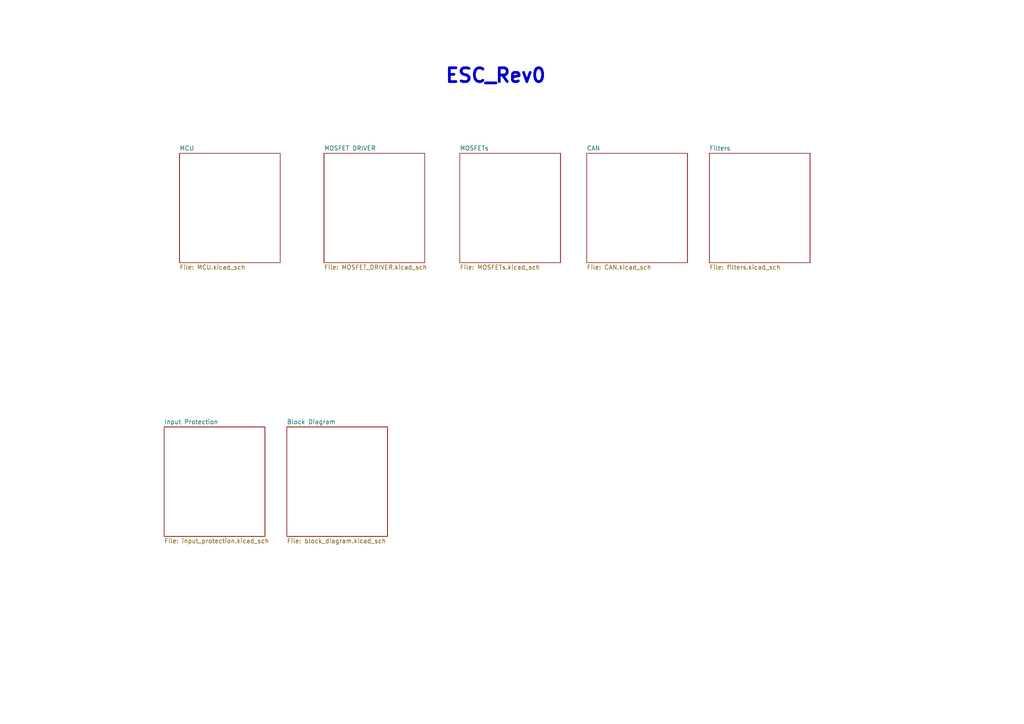
<source format=kicad_sch>
(kicad_sch
	(version 20231120)
	(generator "eeschema")
	(generator_version "8.0")
	(uuid "7906e740-34c4-4b06-b70f-1daa08872946")
	(paper "A4")
	(title_block
		(title "ESC_Rev0")
		(rev "0")
	)
	(lib_symbols)
	(text "${TITLE}"
		(exclude_from_sim no)
		(at 143.764 22.098 0)
		(effects
			(font
				(size 4 4)
				(thickness 0.8)
				(bold yes)
			)
		)
		(uuid "1c988560-9fca-471d-9580-cab16517de3b")
	)
	(sheet
		(at 52.07 44.45)
		(size 29.21 31.75)
		(fields_autoplaced yes)
		(stroke
			(width 0.1524)
			(type solid)
		)
		(fill
			(color 0 0 0 0.0000)
		)
		(uuid "1baec614-c02a-4110-987c-3ea70161a713")
		(property "Sheetname" "MCU"
			(at 52.07 43.7384 0)
			(effects
				(font
					(size 1.27 1.27)
				)
				(justify left bottom)
			)
		)
		(property "Sheetfile" "MCU.kicad_sch"
			(at 52.07 76.7846 0)
			(effects
				(font
					(size 1.27 1.27)
				)
				(justify left top)
			)
		)
		(instances
			(project "ESC_rev0"
				(path "/7906e740-34c4-4b06-b70f-1daa08872946"
					(page "4")
				)
			)
		)
	)
	(sheet
		(at 170.18 44.45)
		(size 29.21 31.75)
		(fields_autoplaced yes)
		(stroke
			(width 0.1524)
			(type solid)
		)
		(fill
			(color 0 0 0 0.0000)
		)
		(uuid "266b9186-051e-444d-b818-05c34306ea22")
		(property "Sheetname" "CAN"
			(at 170.18 43.7384 0)
			(effects
				(font
					(size 1.27 1.27)
				)
				(justify left bottom)
			)
		)
		(property "Sheetfile" "CAN.kicad_sch"
			(at 170.18 76.7846 0)
			(effects
				(font
					(size 1.27 1.27)
				)
				(justify left top)
			)
		)
		(instances
			(project "ESC_rev0"
				(path "/7906e740-34c4-4b06-b70f-1daa08872946"
					(page "7")
				)
			)
		)
	)
	(sheet
		(at 47.625 123.825)
		(size 29.21 31.75)
		(fields_autoplaced yes)
		(stroke
			(width 0.1524)
			(type solid)
		)
		(fill
			(color 0 0 0 0.0000)
		)
		(uuid "3e80544b-2d3b-437c-8c9a-22b201e65208")
		(property "Sheetname" "Input Protection"
			(at 47.625 123.1134 0)
			(effects
				(font
					(size 1.27 1.27)
				)
				(justify left bottom)
			)
		)
		(property "Sheetfile" "input_protection.kicad_sch"
			(at 47.625 156.1596 0)
			(effects
				(font
					(size 1.27 1.27)
				)
				(justify left top)
			)
		)
		(instances
			(project "ESC_rev0"
				(path "/7906e740-34c4-4b06-b70f-1daa08872946"
					(page "2")
				)
			)
		)
	)
	(sheet
		(at 205.74 44.45)
		(size 29.21 31.75)
		(fields_autoplaced yes)
		(stroke
			(width 0.1524)
			(type solid)
		)
		(fill
			(color 0 0 0 0.0000)
		)
		(uuid "5fd9db5c-0736-4055-a357-6423994f4958")
		(property "Sheetname" "Filters"
			(at 205.74 43.7384 0)
			(effects
				(font
					(size 1.27 1.27)
				)
				(justify left bottom)
			)
		)
		(property "Sheetfile" "filters.kicad_sch"
			(at 205.74 76.7846 0)
			(effects
				(font
					(size 1.27 1.27)
				)
				(justify left top)
			)
		)
		(instances
			(project "ESC_rev0"
				(path "/7906e740-34c4-4b06-b70f-1daa08872946"
					(page "8")
				)
			)
		)
	)
	(sheet
		(at 93.98 44.45)
		(size 29.21 31.75)
		(fields_autoplaced yes)
		(stroke
			(width 0.1524)
			(type solid)
		)
		(fill
			(color 0 0 0 0.0000)
		)
		(uuid "7bd23810-1284-43c0-85ae-fb85b4c95d04")
		(property "Sheetname" "MOSFET DRIVER"
			(at 93.98 43.7384 0)
			(effects
				(font
					(size 1.27 1.27)
				)
				(justify left bottom)
			)
		)
		(property "Sheetfile" "MOSFET_DRIVER.kicad_sch"
			(at 93.98 76.7846 0)
			(effects
				(font
					(size 1.27 1.27)
				)
				(justify left top)
			)
		)
		(instances
			(project "ESC_rev0"
				(path "/7906e740-34c4-4b06-b70f-1daa08872946"
					(page "5")
				)
			)
		)
	)
	(sheet
		(at 133.35 44.45)
		(size 29.21 31.75)
		(fields_autoplaced yes)
		(stroke
			(width 0.1524)
			(type solid)
		)
		(fill
			(color 0 0 0 0.0000)
		)
		(uuid "b7ae9a45-6f12-4716-8d28-767d1943a1a2")
		(property "Sheetname" "MOSFETs"
			(at 133.35 43.7384 0)
			(effects
				(font
					(size 1.27 1.27)
				)
				(justify left bottom)
			)
		)
		(property "Sheetfile" "MOSFETs.kicad_sch"
			(at 133.35 76.7846 0)
			(effects
				(font
					(size 1.27 1.27)
				)
				(justify left top)
			)
		)
		(instances
			(project "ESC_rev0"
				(path "/7906e740-34c4-4b06-b70f-1daa08872946"
					(page "6")
				)
			)
		)
	)
	(sheet
		(at 83.185 123.825)
		(size 29.21 31.75)
		(fields_autoplaced yes)
		(stroke
			(width 0.1524)
			(type solid)
		)
		(fill
			(color 0 0 0 0.0000)
		)
		(uuid "cef11e7d-cd72-48a5-a1d8-734ca31a81d8")
		(property "Sheetname" "Block Diagram"
			(at 83.185 123.1134 0)
			(effects
				(font
					(size 1.27 1.27)
				)
				(justify left bottom)
			)
		)
		(property "Sheetfile" "block_diagram.kicad_sch"
			(at 83.185 156.1596 0)
			(effects
				(font
					(size 1.27 1.27)
				)
				(justify left top)
			)
		)
		(instances
			(project "ESC_rev0"
				(path "/7906e740-34c4-4b06-b70f-1daa08872946"
					(page "3")
				)
			)
		)
	)
	(sheet_instances
		(path "/"
			(page "1")
		)
	)
)

</source>
